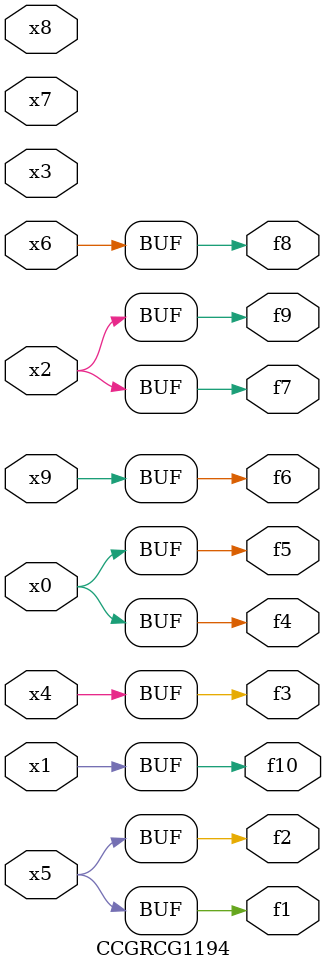
<source format=v>
module CCGRCG1194(
	input x0, x1, x2, x3, x4, x5, x6, x7, x8, x9,
	output f1, f2, f3, f4, f5, f6, f7, f8, f9, f10
);
	assign f1 = x5;
	assign f2 = x5;
	assign f3 = x4;
	assign f4 = x0;
	assign f5 = x0;
	assign f6 = x9;
	assign f7 = x2;
	assign f8 = x6;
	assign f9 = x2;
	assign f10 = x1;
endmodule

</source>
